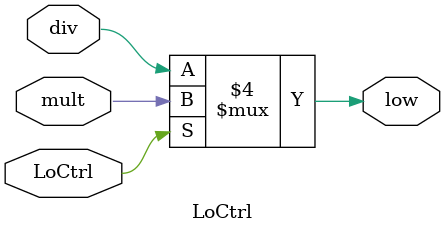
<source format=v>
module LoCtrl(input wire div,
	      input wire mult, 
	      input wire LoCtrl, 
              output reg low);
  
  always@(div or mult or LoCtrl)begin
      if (LoCtrl == 1'b0) begin
        low = div;
      end

      else begin
        low = mult;
      end
    end
      
endmodule
</source>
